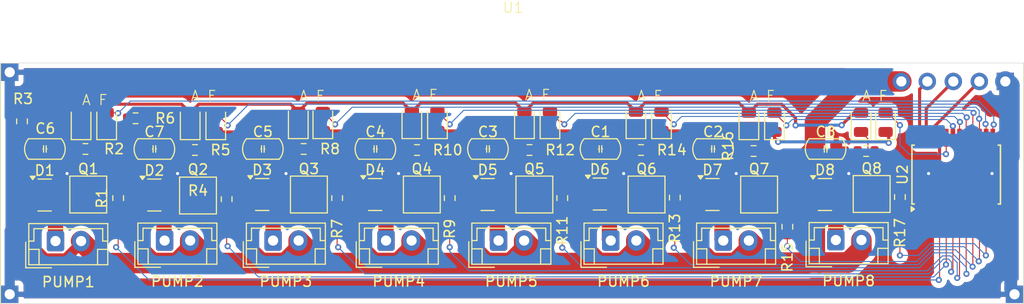
<source format=kicad_pcb>
(kicad_pcb
	(version 20241229)
	(generator "pcbnew")
	(generator_version "9.0")
	(general
		(thickness 1.6)
		(legacy_teardrops no)
	)
	(paper "A4")
	(layers
		(0 "F.Cu" signal)
		(2 "B.Cu" signal)
		(9 "F.Adhes" user "F.Adhesive")
		(11 "B.Adhes" user "B.Adhesive")
		(13 "F.Paste" user)
		(15 "B.Paste" user)
		(5 "F.SilkS" user "F.Silkscreen")
		(7 "B.SilkS" user "B.Silkscreen")
		(1 "F.Mask" user)
		(3 "B.Mask" user)
		(17 "Dwgs.User" user "User.Drawings")
		(19 "Cmts.User" user "User.Comments")
		(21 "Eco1.User" user "User.Eco1")
		(23 "Eco2.User" user "User.Eco2")
		(25 "Edge.Cuts" user)
		(27 "Margin" user)
		(31 "F.CrtYd" user "F.Courtyard")
		(29 "B.CrtYd" user "B.Courtyard")
		(35 "F.Fab" user)
		(33 "B.Fab" user)
		(39 "User.1" user)
		(41 "User.2" user)
		(43 "User.3" user)
		(45 "User.4" user)
	)
	(setup
		(pad_to_mask_clearance 0)
		(allow_soldermask_bridges_in_footprints no)
		(tenting front back)
		(pcbplotparams
			(layerselection 0x00000000_00000000_55555555_5755f5ff)
			(plot_on_all_layers_selection 0x00000000_00000000_00000000_00000000)
			(disableapertmacros no)
			(usegerberextensions no)
			(usegerberattributes yes)
			(usegerberadvancedattributes yes)
			(creategerberjobfile yes)
			(dashed_line_dash_ratio 12.000000)
			(dashed_line_gap_ratio 3.000000)
			(svgprecision 4)
			(plotframeref no)
			(mode 1)
			(useauxorigin no)
			(hpglpennumber 1)
			(hpglpenspeed 20)
			(hpglpendiameter 15.000000)
			(pdf_front_fp_property_popups yes)
			(pdf_back_fp_property_popups yes)
			(pdf_metadata yes)
			(pdf_single_document no)
			(dxfpolygonmode yes)
			(dxfimperialunits yes)
			(dxfusepcbnewfont yes)
			(psnegative no)
			(psa4output no)
			(plot_black_and_white yes)
			(plotinvisibletext no)
			(sketchpadsonfab no)
			(plotpadnumbers no)
			(hidednponfab no)
			(sketchdnponfab yes)
			(crossoutdnponfab yes)
			(subtractmaskfromsilk no)
			(outputformat 1)
			(mirror no)
			(drillshape 1)
			(scaleselection 1)
			(outputdirectory "")
		)
	)
	(net 0 "")
	(net 1 "GND")
	(net 2 "Net-(PUMP2-Pin_1)")
	(net 3 "VBAT")
	(net 4 "Net-(PUMP3-Pin_1)")
	(net 5 "Net-(PUMP4-Pin_1)")
	(net 6 "Net-(PUMP1-Pin_1)")
	(net 7 "Net-(PUMP5-Pin_1)")
	(net 8 "Net-(PUMP6-Pin_1)")
	(net 9 "Net-(PUMP7-Pin_1)")
	(net 10 "Net-(PUMP8-Pin_1)")
	(net 11 "5K_VBAT")
	(net 12 "Net-(P_FAULT1-K)")
	(net 13 "Net-(P_FAULT1-A)")
	(net 14 "Net-(P_FAULT2-A)")
	(net 15 "Net-(P_FAULT3-A)")
	(net 16 "Net-(P_FAULT4-A)")
	(net 17 "Net-(P_FAULT5-A)")
	(net 18 "Net-(P_FAULT6-A)")
	(net 19 "Net-(P_FAULT7-A)")
	(net 20 "Net-(P_FAULT8-A)")
	(net 21 "Net-(Q5-G)")
	(net 22 "PUMP1")
	(net 23 "Net-(Q7-G)")
	(net 24 "PUMP3")
	(net 25 "Net-(Q8-G)")
	(net 26 "PUMP4")
	(net 27 "PUMP5")
	(net 28 "PUMP6")
	(net 29 "PUMP7")
	(net 30 "PUMP8")
	(net 31 "PUMP2")
	(net 32 "3_3V")
	(net 33 "SDA")
	(net 34 "SCL")
	(net 35 "Net-(Q1-G)")
	(net 36 "Net-(Q2-G)")
	(net 37 "Net-(Q3-G)")
	(net 38 "Net-(Q4-G)")
	(net 39 "Net-(Q6-G)")
	(net 40 "unconnected-(U2-~{INT}-Pad1)")
	(footprint "Resistor_SMD:R_0603_1608Metric" (layer "F.Cu") (at 127.8 90.8 90))
	(footprint "PCM_Package_TO_SOT_SMD_AKL:SOT-23" (layer "F.Cu") (at 125.0375 90.45 180))
	(footprint "PCM_Package_TO_SOT_SMD_AKL:SOT-23" (layer "F.Cu") (at 147.075 90.45 180))
	(footprint "PCM_Package_TO_SOT_SMD_AKL:SOT-23" (layer "F.Cu") (at 103.475 90.45 180))
	(footprint "Connector_JST:JST_EH_B2B-EH-A_1x02_P2.50mm_Vertical" (layer "F.Cu") (at 176.5375 94.9))
	(footprint "Connector_JST:JST_EH_B2B-EH-A_1x02_P2.50mm_Vertical" (layer "F.Cu") (at 165.5375 94.95))
	(footprint "PCM_Capacitor_SMD_Handsoldering_AKL:C_0805_2012Metric_Pad1.18x1.45mm" (layer "F.Cu") (at 175.5375 86))
	(footprint "PCM_Capacitor_SMD_Handsoldering_AKL:C_0805_2012Metric_Pad1.18x1.45mm" (layer "F.Cu") (at 153.5375 86))
	(footprint "PCM_Capacitor_SMD_Handsoldering_AKL:C_0805_2012Metric_Pad1.18x1.45mm" (layer "F.Cu") (at 109.9375 86))
	(footprint "PCM_Package_TO_SOT_SMD_AKL:SOT-23" (layer "F.Cu") (at 158.0375 90.45 180))
	(footprint "Resistor_SMD:R_0603_1608Metric" (layer "F.Cu") (at 182.8 90.7 90))
	(footprint "Resistor_SMD:R_0603_1608Metric" (layer "F.Cu") (at 146.6 86.1 180))
	(footprint "LED_SMD:LED_0805_2012Metric" (layer "F.Cu") (at 148.6 83.3 90))
	(footprint "Resistor_SMD:R_0603_1608Metric" (layer "F.Cu") (at 157.5 86.1 180))
	(footprint "LED_SMD:LED_0805_2012Metric" (layer "F.Cu") (at 157 83.3 90))
	(footprint "Resistor_SMD:R_0603_1608Metric" (layer "F.Cu") (at 160.8 90.75 90))
	(footprint "LED_SMD:LED_0805_2012Metric" (layer "F.Cu") (at 113.4375 83.4 90))
	(footprint "Resistor_SMD:R_0603_1608Metric" (layer "F.Cu") (at 106.4 90.8 90))
	(footprint "Modules:PumpModule" (layer "F.Cu") (at 145.1 72.7))
	(footprint "Resistor_SMD:R_0603_1608Metric" (layer "F.Cu") (at 113.9 86.1 180))
	(footprint "LED_SMD:LED_0805_2012Metric" (layer "F.Cu") (at 137.6 83.3 90))
	(footprint "Resistor_SMD:R_0603_1608Metric" (layer "F.Cu") (at 168.5 86.2 180))
	(footprint "PCM_Capacitor_SMD_Handsoldering_AKL:C_0805_2012Metric_Pad1.18x1.45mm" (layer "F.Cu") (at 120.5375 86))
	(footprint "PCM_Capacitor_SMD_Handsoldering_AKL:C_0805_2012Metric_Pad1.18x1.45mm" (layer "F.Cu") (at 99.2375 86))
	(footprint "PCM_Package_TO_SOT_SMD_AKL:SOT-23" (layer "F.Cu") (at 136.075 90.45 180))
	(footprint "LED_SMD:LED_0805_2012Metric" (layer "F.Cu") (at 146.1 83.3 90))
	(footprint "LED_SMD:LED_0805_2012Metric" (layer "F.Cu") (at 179 83.4 90))
	(footprint "LED_SMD:LED_0805_2012Metric" (layer "F.Cu") (at 102.775 83.4 90))
	(footprint "Package_SO:SSOP-24_5.3x8.2mm_P0.65mm" (layer "F.Cu") (at 188.3 88.5 90))
	(footprint "Connector_JST:JST_EH_B2B-EH-A_1x02_P2.50mm_Vertical" (layer "F.Cu") (at 143.575 94.95))
	(footprint "LED_SMD:LED_0805_2012Metric" (layer "F.Cu") (at 124 83.3 90))
	(footprint "Resistor_SMD:R_0603_1608Metric" (layer "F.Cu") (at 171.8 93.6 90))
	(footprint "LED_SMD:LED_0805_2012Metric" (layer "F.Cu") (at 170.5375 83.4 90))
	(footprint "Connector_JST:JST_EH_B2B-EH-A_1x02_P2.50mm_Vertical" (layer "F.Cu") (at 154.5375 94.95))
	(footprint "PCM_Capacitor_SMD_Handsoldering_AKL:C_0805_2012Metric_Pad1.18x1.45mm" (layer "F.Cu") (at 142.5375 86))
	(footprint "PCM_Capacitor_SMD_Handsoldering_AKL:C_0805_2012Metric_Pad1.18x1.45mm" (layer "F.Cu") (at 131.5375 86))
	(footprint "LED_SMD:LED_0805_2012Metric"
		(layer "F.Cu")
		(uuid "8bc989da-988b-4264-9ebe-6131376797fb")
		(at 168.0375 83.4 90)
		(descr "LED SMD 0805 (2012 Metric), square (rectangular) end terminal, IPC_7351 nominal, (Body size source: https://docs.google.com/spreadsheets/d/1BsfQQcO9C6DZCsRaXUlFlo91Tg2WpOkGARC1WS5S8t0/edit?usp=sharing), generated with kicad-footprint-generator")
		(tags "LED")
		(property "Reference" "PUMP_D7"
			(at 0 -1.65 90)
			(layer "F.SilkS")
			(hide yes)
			(uuid "cc54d3e4-e400-4650-9a82-05a7dc06d571")
			(effects
				(font
					(size 1 1)
					(thickness 0.15)
				)
			)
		)
		(property "Value" "BLUE"
			(at 0 1.65 90)
			(layer "F.Fab")
			(uuid "895bf019-f7a6-46a0-a258-c7a442fc2ac4")
			(effects
				(font
					(size 1 1)
					(thickness 0.15)
				)
			)
		)
		(property "Datasheet" ""
			(at 0 0 90)
			(unlocked yes)
			(layer "F.Fab")
			(hide yes)
			(uuid "304e4a42-a521-4679-bfeb-f7cf38a64966")
			(effects
				(font
					(size 1.27 1.27)
					(thickness 0.15)
				)
			)
		)
		(property "Description" "Light emitting diode"
			(at 0 0 90)
			(unlocked yes)
			(layer "F.Fab")
			(hide yes)
			(uuid "92078826-49e3-4fe8-b93f-d05aa318764c")
			(effects
				(font
					(size 1.27 1.27)
					(thickness 0.15)
				)
			)
		)
		(property "LCSC_PART_NUMBER" "C205441"
			(at 0 0 90)
			(unlocked yes)
			(layer "F.Fab")
			(hide yes)
			(uuid "fd400863-3a86-4bb1-aafd-9cb33beeb100")
			(effects
				(font
					(size 1 1)
					(thickness 0.15)
				)
			)
		)
		(property "Sim.Pins" "1=K 2=A"
			(at 0 0 90)
			(unlocked yes)
			(layer "F.Fab")
			(hide yes)
			(uuid "c9240a4e-e774-4a8f-b8e6-890849076443")
			(effects
				(font
					(size 1 1)
					(thickness 0.15)
				)
			)
		)
		(property ki_fp_filters "LED* LED_SMD:* LED_THT:*")
		(path "/556d0d32-2548-4493-8b29-6dea6d8ebb66")
		(sheetname "/")
		(sheetfile "PumpOutput.kicad_sch")
		(attr smd dnp)
		(fp_line
			(start 1 -0.96)
			(end -1.685 -0.96)
			(stroke
				(width 0.12)
				(type solid)
			)
			(layer "F.SilkS")
			(uuid "46bfddfb-2d5b-4729-9d35-88949bc3917d")
		)
		(fp_line
			(start -1.685 -0.96)
			(end -1.685 0.96)
			(stroke
				(width 0.12)
				(type solid)
			)
			(layer "F.SilkS")
			(uuid "2d6bdf8f-f68e-4eb0-85e7-43e35739ece6")
		)
		(fp_line
			(start -1.685 0.96)
			(end 1 0.96)
			(stroke
				(width 0.12)
				(type solid)
			)
			(layer "F.SilkS")
			(uuid "aff04ae0-f92b-410c-8305-2cc924f706b9")
		)
		(fp_line
			(start 1.68 -0.95)
			(end 1.68 0.95)
			(stroke
				(width 0.05)
				(type solid)
			)
			(layer "F.CrtYd")
			(uuid "c650dd4d-977c-4351-85f6-218b05d9e547")
		)
		(fp_line
			(start -1.68 -0.95)
			(end 1.68 -0.95)
			(stroke
				(width 0.05)
				(type solid)
			)
			(layer "F.CrtYd")
			(uuid "f568bb37-1a49-4df9-9654-c6bbe5dc7843")
		)
		(fp_line
			(start 1.68 0.95)
			(end -1.68 0.95)
			(stroke
				(width 0.05)
				(type solid)
			)
			(layer "F.CrtYd")
			(uuid "59850283-be23-4941-ae76-1089e9a92a51")
		)
		(fp_line
			(start -1.68 0.95)
			(end -1.68 -0.95)
			(stroke
				(width 0.05)
				(type solid)
			)
			(layer "F.CrtYd")
			(uuid "42350794-f169-40b0-a8ea-0a86c1f5cd57")
		)
		(fp_line
			(start 1 -0.6)
			(end -0.7 -0.6)
			(stroke
				(width 0.1)
				(type solid)
			)
			(layer "F.Fab")
			(uuid "3d9df7b5-493b-440b-b21d-2863e6209eb0")
		)
		(fp_line
			(start -0.7 -0.6)
			(end -1 -0.3)
			(stroke
				(width 0.1)
				(type solid)
			)
			(layer "F.Fab")
			(uuid "d2f8c9f2-ee3c-484b-820f-75050848c8ef")
		)
		(fp_line
			(start -1 -0.3)
			(end -1 0.6)
			(stroke
				(width 0.1)
				(type solid)
			)
			(layer "F.Fab")
			(uuid "73dd7c25-2076-4b49-8753-b737f241813e")
		)
		(fp_line
			(start 1 0.6)
			(end 1 -0.6)
			(stroke
				(width 0.1)
				(type solid)
			)
			(layer "F.Fab")
			(uuid "fb24a76b-eab3-4c6b-bb63-8e0be6e776c4")
		)
		(fp_line
			(start -1 0.6)
			(end 1 0.6)
			(stroke
				(width 0.1)
				(type solid)
			)
			(layer "F.Fab")
			(uuid "a31fe680-620e-421e-8b37-8eb6aa59e5e4")
		)
		(fp_text user "${REFERENCE}"
			(at 0 0 90)
			(layer "F.Fab")
			(uuid "ddac34c9-9163-4149-83e1-b9d356f7795f")
			(effects
				(font
					(size 0.5 0.5)
					(thickness 0.08)
				)
			)
		)
		(pad "1" smd roundrect
			(at -0.9375 0 90)
			(size 0.975 1.4)
			(layers "F.Cu" "F.Mask" "F.Paste")
			(roundrect_rratio 0.25)
			(net 9 "Net-(PUMP7-Pin_1)")
			(pinfunction "K")
			(pintype "passive")
			(uuid "5acf59ac-80b8-4d2f-a5d6-f98cc1c76ce8")
		)
		(pad "2" smd roundrect
			(at 0.9375 0 90)
			(size 0.975 1.4)
			(layers "F.Cu" "F.Mask" "F.Paste")
			(roundrect_rratio 0.25)
			(net 11 "5K_VBAT")
			(pinfunction "A")
			(pintype "passive")
			(uuid "68c31d42-c2b3-44d0-8b45-5365b47c15fa")
		)
		(embedded_fonts no)
		(model "${KICAD9_3DMODEL_DIR}/LED_SMD
... [400054 chars truncated]
</source>
